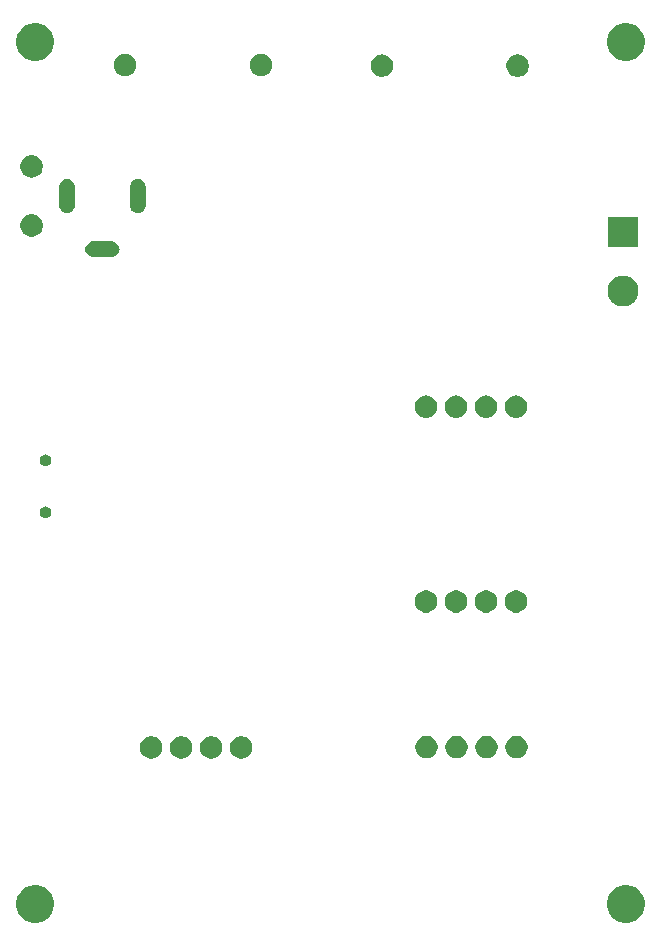
<source format=gbr>
G04 #@! TF.GenerationSoftware,KiCad,Pcbnew,5.0.1*
G04 #@! TF.CreationDate,2019-03-15T13:32:49+13:00*
G04 #@! TF.ProjectId,_autosave-baseBoard,5F6175746F736176652D62617365426F,rev?*
G04 #@! TF.SameCoordinates,Original*
G04 #@! TF.FileFunction,Soldermask,Bot*
G04 #@! TF.FilePolarity,Negative*
%FSLAX46Y46*%
G04 Gerber Fmt 4.6, Leading zero omitted, Abs format (unit mm)*
G04 Created by KiCad (PCBNEW 5.0.1) date Fri 15 Mar 2019 01:32:49 PM NZDT*
%MOMM*%
%LPD*%
G01*
G04 APERTURE LIST*
%ADD10C,0.100000*%
G04 APERTURE END LIST*
D10*
G36*
X152466703Y-121461486D02*
X152757883Y-121582097D01*
X153019944Y-121757201D01*
X153242799Y-121980056D01*
X153417903Y-122242117D01*
X153538514Y-122533297D01*
X153600000Y-122842412D01*
X153600000Y-123157588D01*
X153538514Y-123466703D01*
X153417903Y-123757883D01*
X153242799Y-124019944D01*
X153019944Y-124242799D01*
X152757883Y-124417903D01*
X152466703Y-124538514D01*
X152157588Y-124600000D01*
X151842412Y-124600000D01*
X151533297Y-124538514D01*
X151242117Y-124417903D01*
X150980056Y-124242799D01*
X150757201Y-124019944D01*
X150582097Y-123757883D01*
X150461486Y-123466703D01*
X150400000Y-123157588D01*
X150400000Y-122842412D01*
X150461486Y-122533297D01*
X150582097Y-122242117D01*
X150757201Y-121980056D01*
X150980056Y-121757201D01*
X151242117Y-121582097D01*
X151533297Y-121461486D01*
X151842412Y-121400000D01*
X152157588Y-121400000D01*
X152466703Y-121461486D01*
X152466703Y-121461486D01*
G37*
G36*
X102466703Y-121461486D02*
X102757883Y-121582097D01*
X103019944Y-121757201D01*
X103242799Y-121980056D01*
X103417903Y-122242117D01*
X103538514Y-122533297D01*
X103600000Y-122842412D01*
X103600000Y-123157588D01*
X103538514Y-123466703D01*
X103417903Y-123757883D01*
X103242799Y-124019944D01*
X103019944Y-124242799D01*
X102757883Y-124417903D01*
X102466703Y-124538514D01*
X102157588Y-124600000D01*
X101842412Y-124600000D01*
X101533297Y-124538514D01*
X101242117Y-124417903D01*
X100980056Y-124242799D01*
X100757201Y-124019944D01*
X100582097Y-123757883D01*
X100461486Y-123466703D01*
X100400000Y-123157588D01*
X100400000Y-122842412D01*
X100461486Y-122533297D01*
X100582097Y-122242117D01*
X100757201Y-121980056D01*
X100980056Y-121757201D01*
X101242117Y-121582097D01*
X101533297Y-121461486D01*
X101842412Y-121400000D01*
X102157588Y-121400000D01*
X102466703Y-121461486D01*
X102466703Y-121461486D01*
G37*
G36*
X111959451Y-108799127D02*
X112097105Y-108826508D01*
X112269994Y-108898121D01*
X112425590Y-109002087D01*
X112557913Y-109134410D01*
X112661879Y-109290006D01*
X112733492Y-109462895D01*
X112770000Y-109646433D01*
X112770000Y-109833567D01*
X112733492Y-110017105D01*
X112661879Y-110189994D01*
X112557913Y-110345590D01*
X112425590Y-110477913D01*
X112269994Y-110581879D01*
X112097105Y-110653492D01*
X111973895Y-110678000D01*
X111913568Y-110690000D01*
X111726432Y-110690000D01*
X111666105Y-110678000D01*
X111542895Y-110653492D01*
X111370006Y-110581879D01*
X111214410Y-110477913D01*
X111082087Y-110345590D01*
X110978121Y-110189994D01*
X110906508Y-110017105D01*
X110870000Y-109833567D01*
X110870000Y-109646433D01*
X110906508Y-109462895D01*
X110978121Y-109290006D01*
X111082087Y-109134410D01*
X111214410Y-109002087D01*
X111370006Y-108898121D01*
X111542895Y-108826508D01*
X111680549Y-108799127D01*
X111726432Y-108790000D01*
X111913568Y-108790000D01*
X111959451Y-108799127D01*
X111959451Y-108799127D01*
G37*
G36*
X119579451Y-108799127D02*
X119717105Y-108826508D01*
X119889994Y-108898121D01*
X120045590Y-109002087D01*
X120177913Y-109134410D01*
X120281879Y-109290006D01*
X120353492Y-109462895D01*
X120390000Y-109646433D01*
X120390000Y-109833567D01*
X120353492Y-110017105D01*
X120281879Y-110189994D01*
X120177913Y-110345590D01*
X120045590Y-110477913D01*
X119889994Y-110581879D01*
X119717105Y-110653492D01*
X119593895Y-110678000D01*
X119533568Y-110690000D01*
X119346432Y-110690000D01*
X119286105Y-110678000D01*
X119162895Y-110653492D01*
X118990006Y-110581879D01*
X118834410Y-110477913D01*
X118702087Y-110345590D01*
X118598121Y-110189994D01*
X118526508Y-110017105D01*
X118490000Y-109833567D01*
X118490000Y-109646433D01*
X118526508Y-109462895D01*
X118598121Y-109290006D01*
X118702087Y-109134410D01*
X118834410Y-109002087D01*
X118990006Y-108898121D01*
X119162895Y-108826508D01*
X119300549Y-108799127D01*
X119346432Y-108790000D01*
X119533568Y-108790000D01*
X119579451Y-108799127D01*
X119579451Y-108799127D01*
G37*
G36*
X117039451Y-108799127D02*
X117177105Y-108826508D01*
X117349994Y-108898121D01*
X117505590Y-109002087D01*
X117637913Y-109134410D01*
X117741879Y-109290006D01*
X117813492Y-109462895D01*
X117850000Y-109646433D01*
X117850000Y-109833567D01*
X117813492Y-110017105D01*
X117741879Y-110189994D01*
X117637913Y-110345590D01*
X117505590Y-110477913D01*
X117349994Y-110581879D01*
X117177105Y-110653492D01*
X117053895Y-110678000D01*
X116993568Y-110690000D01*
X116806432Y-110690000D01*
X116746105Y-110678000D01*
X116622895Y-110653492D01*
X116450006Y-110581879D01*
X116294410Y-110477913D01*
X116162087Y-110345590D01*
X116058121Y-110189994D01*
X115986508Y-110017105D01*
X115950000Y-109833567D01*
X115950000Y-109646433D01*
X115986508Y-109462895D01*
X116058121Y-109290006D01*
X116162087Y-109134410D01*
X116294410Y-109002087D01*
X116450006Y-108898121D01*
X116622895Y-108826508D01*
X116760549Y-108799127D01*
X116806432Y-108790000D01*
X116993568Y-108790000D01*
X117039451Y-108799127D01*
X117039451Y-108799127D01*
G37*
G36*
X114499451Y-108799127D02*
X114637105Y-108826508D01*
X114809994Y-108898121D01*
X114965590Y-109002087D01*
X115097913Y-109134410D01*
X115201879Y-109290006D01*
X115273492Y-109462895D01*
X115310000Y-109646433D01*
X115310000Y-109833567D01*
X115273492Y-110017105D01*
X115201879Y-110189994D01*
X115097913Y-110345590D01*
X114965590Y-110477913D01*
X114809994Y-110581879D01*
X114637105Y-110653492D01*
X114513895Y-110678000D01*
X114453568Y-110690000D01*
X114266432Y-110690000D01*
X114206105Y-110678000D01*
X114082895Y-110653492D01*
X113910006Y-110581879D01*
X113754410Y-110477913D01*
X113622087Y-110345590D01*
X113518121Y-110189994D01*
X113446508Y-110017105D01*
X113410000Y-109833567D01*
X113410000Y-109646433D01*
X113446508Y-109462895D01*
X113518121Y-109290006D01*
X113622087Y-109134410D01*
X113754410Y-109002087D01*
X113910006Y-108898121D01*
X114082895Y-108826508D01*
X114220549Y-108799127D01*
X114266432Y-108790000D01*
X114453568Y-108790000D01*
X114499451Y-108799127D01*
X114499451Y-108799127D01*
G37*
G36*
X142887451Y-108787127D02*
X143025105Y-108814508D01*
X143197994Y-108886121D01*
X143353590Y-108990087D01*
X143485913Y-109122410D01*
X143589879Y-109278006D01*
X143661492Y-109450895D01*
X143698000Y-109634433D01*
X143698000Y-109821567D01*
X143661492Y-110005105D01*
X143589879Y-110177994D01*
X143485913Y-110333590D01*
X143353590Y-110465913D01*
X143197994Y-110569879D01*
X143025105Y-110641492D01*
X142887452Y-110668873D01*
X142841568Y-110678000D01*
X142654432Y-110678000D01*
X142608548Y-110668873D01*
X142470895Y-110641492D01*
X142298006Y-110569879D01*
X142142410Y-110465913D01*
X142010087Y-110333590D01*
X141906121Y-110177994D01*
X141834508Y-110005105D01*
X141798000Y-109821567D01*
X141798000Y-109634433D01*
X141834508Y-109450895D01*
X141906121Y-109278006D01*
X142010087Y-109122410D01*
X142142410Y-108990087D01*
X142298006Y-108886121D01*
X142470895Y-108814508D01*
X142608549Y-108787127D01*
X142654432Y-108778000D01*
X142841568Y-108778000D01*
X142887451Y-108787127D01*
X142887451Y-108787127D01*
G37*
G36*
X140347451Y-108787127D02*
X140485105Y-108814508D01*
X140657994Y-108886121D01*
X140813590Y-108990087D01*
X140945913Y-109122410D01*
X141049879Y-109278006D01*
X141121492Y-109450895D01*
X141158000Y-109634433D01*
X141158000Y-109821567D01*
X141121492Y-110005105D01*
X141049879Y-110177994D01*
X140945913Y-110333590D01*
X140813590Y-110465913D01*
X140657994Y-110569879D01*
X140485105Y-110641492D01*
X140347452Y-110668873D01*
X140301568Y-110678000D01*
X140114432Y-110678000D01*
X140068548Y-110668873D01*
X139930895Y-110641492D01*
X139758006Y-110569879D01*
X139602410Y-110465913D01*
X139470087Y-110333590D01*
X139366121Y-110177994D01*
X139294508Y-110005105D01*
X139258000Y-109821567D01*
X139258000Y-109634433D01*
X139294508Y-109450895D01*
X139366121Y-109278006D01*
X139470087Y-109122410D01*
X139602410Y-108990087D01*
X139758006Y-108886121D01*
X139930895Y-108814508D01*
X140068549Y-108787127D01*
X140114432Y-108778000D01*
X140301568Y-108778000D01*
X140347451Y-108787127D01*
X140347451Y-108787127D01*
G37*
G36*
X137807451Y-108787127D02*
X137945105Y-108814508D01*
X138117994Y-108886121D01*
X138273590Y-108990087D01*
X138405913Y-109122410D01*
X138509879Y-109278006D01*
X138581492Y-109450895D01*
X138618000Y-109634433D01*
X138618000Y-109821567D01*
X138581492Y-110005105D01*
X138509879Y-110177994D01*
X138405913Y-110333590D01*
X138273590Y-110465913D01*
X138117994Y-110569879D01*
X137945105Y-110641492D01*
X137807452Y-110668873D01*
X137761568Y-110678000D01*
X137574432Y-110678000D01*
X137528548Y-110668873D01*
X137390895Y-110641492D01*
X137218006Y-110569879D01*
X137062410Y-110465913D01*
X136930087Y-110333590D01*
X136826121Y-110177994D01*
X136754508Y-110005105D01*
X136718000Y-109821567D01*
X136718000Y-109634433D01*
X136754508Y-109450895D01*
X136826121Y-109278006D01*
X136930087Y-109122410D01*
X137062410Y-108990087D01*
X137218006Y-108886121D01*
X137390895Y-108814508D01*
X137528549Y-108787127D01*
X137574432Y-108778000D01*
X137761568Y-108778000D01*
X137807451Y-108787127D01*
X137807451Y-108787127D01*
G37*
G36*
X135267451Y-108787127D02*
X135405105Y-108814508D01*
X135577994Y-108886121D01*
X135733590Y-108990087D01*
X135865913Y-109122410D01*
X135969879Y-109278006D01*
X136041492Y-109450895D01*
X136078000Y-109634433D01*
X136078000Y-109821567D01*
X136041492Y-110005105D01*
X135969879Y-110177994D01*
X135865913Y-110333590D01*
X135733590Y-110465913D01*
X135577994Y-110569879D01*
X135405105Y-110641492D01*
X135267452Y-110668873D01*
X135221568Y-110678000D01*
X135034432Y-110678000D01*
X134988548Y-110668873D01*
X134850895Y-110641492D01*
X134678006Y-110569879D01*
X134522410Y-110465913D01*
X134390087Y-110333590D01*
X134286121Y-110177994D01*
X134214508Y-110005105D01*
X134178000Y-109821567D01*
X134178000Y-109634433D01*
X134214508Y-109450895D01*
X134286121Y-109278006D01*
X134390087Y-109122410D01*
X134522410Y-108990087D01*
X134678006Y-108886121D01*
X134850895Y-108814508D01*
X134988549Y-108787127D01*
X135034432Y-108778000D01*
X135221568Y-108778000D01*
X135267451Y-108787127D01*
X135267451Y-108787127D01*
G37*
G36*
X142855451Y-96447127D02*
X142993105Y-96474508D01*
X143165994Y-96546121D01*
X143321590Y-96650087D01*
X143453913Y-96782410D01*
X143557879Y-96938006D01*
X143629492Y-97110895D01*
X143666000Y-97294433D01*
X143666000Y-97481567D01*
X143629492Y-97665105D01*
X143557879Y-97837994D01*
X143453913Y-97993590D01*
X143321590Y-98125913D01*
X143165994Y-98229879D01*
X142993105Y-98301492D01*
X142855452Y-98328873D01*
X142809568Y-98338000D01*
X142622432Y-98338000D01*
X142576549Y-98328873D01*
X142438895Y-98301492D01*
X142266006Y-98229879D01*
X142110410Y-98125913D01*
X141978087Y-97993590D01*
X141874121Y-97837994D01*
X141802508Y-97665105D01*
X141766000Y-97481567D01*
X141766000Y-97294433D01*
X141802508Y-97110895D01*
X141874121Y-96938006D01*
X141978087Y-96782410D01*
X142110410Y-96650087D01*
X142266006Y-96546121D01*
X142438895Y-96474508D01*
X142576548Y-96447127D01*
X142622432Y-96438000D01*
X142809568Y-96438000D01*
X142855451Y-96447127D01*
X142855451Y-96447127D01*
G37*
G36*
X140315451Y-96447127D02*
X140453105Y-96474508D01*
X140625994Y-96546121D01*
X140781590Y-96650087D01*
X140913913Y-96782410D01*
X141017879Y-96938006D01*
X141089492Y-97110895D01*
X141126000Y-97294433D01*
X141126000Y-97481567D01*
X141089492Y-97665105D01*
X141017879Y-97837994D01*
X140913913Y-97993590D01*
X140781590Y-98125913D01*
X140625994Y-98229879D01*
X140453105Y-98301492D01*
X140315452Y-98328873D01*
X140269568Y-98338000D01*
X140082432Y-98338000D01*
X140036549Y-98328873D01*
X139898895Y-98301492D01*
X139726006Y-98229879D01*
X139570410Y-98125913D01*
X139438087Y-97993590D01*
X139334121Y-97837994D01*
X139262508Y-97665105D01*
X139226000Y-97481567D01*
X139226000Y-97294433D01*
X139262508Y-97110895D01*
X139334121Y-96938006D01*
X139438087Y-96782410D01*
X139570410Y-96650087D01*
X139726006Y-96546121D01*
X139898895Y-96474508D01*
X140036548Y-96447127D01*
X140082432Y-96438000D01*
X140269568Y-96438000D01*
X140315451Y-96447127D01*
X140315451Y-96447127D01*
G37*
G36*
X137775451Y-96447127D02*
X137913105Y-96474508D01*
X138085994Y-96546121D01*
X138241590Y-96650087D01*
X138373913Y-96782410D01*
X138477879Y-96938006D01*
X138549492Y-97110895D01*
X138586000Y-97294433D01*
X138586000Y-97481567D01*
X138549492Y-97665105D01*
X138477879Y-97837994D01*
X138373913Y-97993590D01*
X138241590Y-98125913D01*
X138085994Y-98229879D01*
X137913105Y-98301492D01*
X137775452Y-98328873D01*
X137729568Y-98338000D01*
X137542432Y-98338000D01*
X137496549Y-98328873D01*
X137358895Y-98301492D01*
X137186006Y-98229879D01*
X137030410Y-98125913D01*
X136898087Y-97993590D01*
X136794121Y-97837994D01*
X136722508Y-97665105D01*
X136686000Y-97481567D01*
X136686000Y-97294433D01*
X136722508Y-97110895D01*
X136794121Y-96938006D01*
X136898087Y-96782410D01*
X137030410Y-96650087D01*
X137186006Y-96546121D01*
X137358895Y-96474508D01*
X137496548Y-96447127D01*
X137542432Y-96438000D01*
X137729568Y-96438000D01*
X137775451Y-96447127D01*
X137775451Y-96447127D01*
G37*
G36*
X135235451Y-96447127D02*
X135373105Y-96474508D01*
X135545994Y-96546121D01*
X135701590Y-96650087D01*
X135833913Y-96782410D01*
X135937879Y-96938006D01*
X136009492Y-97110895D01*
X136046000Y-97294433D01*
X136046000Y-97481567D01*
X136009492Y-97665105D01*
X135937879Y-97837994D01*
X135833913Y-97993590D01*
X135701590Y-98125913D01*
X135545994Y-98229879D01*
X135373105Y-98301492D01*
X135235452Y-98328873D01*
X135189568Y-98338000D01*
X135002432Y-98338000D01*
X134956549Y-98328873D01*
X134818895Y-98301492D01*
X134646006Y-98229879D01*
X134490410Y-98125913D01*
X134358087Y-97993590D01*
X134254121Y-97837994D01*
X134182508Y-97665105D01*
X134146000Y-97481567D01*
X134146000Y-97294433D01*
X134182508Y-97110895D01*
X134254121Y-96938006D01*
X134358087Y-96782410D01*
X134490410Y-96650087D01*
X134646006Y-96546121D01*
X134818895Y-96474508D01*
X134956548Y-96447127D01*
X135002432Y-96438000D01*
X135189568Y-96438000D01*
X135235451Y-96447127D01*
X135235451Y-96447127D01*
G37*
G36*
X103015845Y-89349215D02*
X103106839Y-89386906D01*
X103187640Y-89440896D01*
X103188734Y-89441627D01*
X103258373Y-89511266D01*
X103313095Y-89593163D01*
X103350785Y-89684155D01*
X103370000Y-89780755D01*
X103370000Y-89879245D01*
X103350785Y-89975845D01*
X103313095Y-90066837D01*
X103258373Y-90148734D01*
X103188734Y-90218373D01*
X103188731Y-90218375D01*
X103106839Y-90273094D01*
X103015845Y-90310785D01*
X102919246Y-90330000D01*
X102820754Y-90330000D01*
X102724155Y-90310785D01*
X102633161Y-90273094D01*
X102551269Y-90218375D01*
X102551266Y-90218373D01*
X102481627Y-90148734D01*
X102426905Y-90066837D01*
X102389215Y-89975845D01*
X102370000Y-89879245D01*
X102370000Y-89780755D01*
X102389215Y-89684155D01*
X102426905Y-89593163D01*
X102481627Y-89511266D01*
X102551266Y-89441627D01*
X102552360Y-89440896D01*
X102633161Y-89386906D01*
X102724155Y-89349215D01*
X102820754Y-89330000D01*
X102919246Y-89330000D01*
X103015845Y-89349215D01*
X103015845Y-89349215D01*
G37*
G36*
X103015845Y-84949215D02*
X103106839Y-84986906D01*
X103187640Y-85040896D01*
X103188734Y-85041627D01*
X103258373Y-85111266D01*
X103313095Y-85193163D01*
X103350785Y-85284155D01*
X103370000Y-85380755D01*
X103370000Y-85479245D01*
X103350785Y-85575845D01*
X103313095Y-85666837D01*
X103258373Y-85748734D01*
X103188734Y-85818373D01*
X103188731Y-85818375D01*
X103106839Y-85873094D01*
X103015845Y-85910785D01*
X102919246Y-85930000D01*
X102820754Y-85930000D01*
X102724155Y-85910785D01*
X102633161Y-85873094D01*
X102551269Y-85818375D01*
X102551266Y-85818373D01*
X102481627Y-85748734D01*
X102426905Y-85666837D01*
X102389215Y-85575845D01*
X102370000Y-85479245D01*
X102370000Y-85380755D01*
X102389215Y-85284155D01*
X102426905Y-85193163D01*
X102481627Y-85111266D01*
X102551266Y-85041627D01*
X102552360Y-85040896D01*
X102633161Y-84986906D01*
X102724155Y-84949215D01*
X102820754Y-84930000D01*
X102919246Y-84930000D01*
X103015845Y-84949215D01*
X103015845Y-84949215D01*
G37*
G36*
X135235452Y-79957128D02*
X135373105Y-79984509D01*
X135545994Y-80056122D01*
X135701590Y-80160088D01*
X135833913Y-80292411D01*
X135937879Y-80448007D01*
X136009492Y-80620896D01*
X136046000Y-80804434D01*
X136046000Y-80991568D01*
X136009492Y-81175106D01*
X135937879Y-81347995D01*
X135833913Y-81503591D01*
X135701590Y-81635914D01*
X135545994Y-81739880D01*
X135373105Y-81811493D01*
X135235452Y-81838874D01*
X135189568Y-81848001D01*
X135002432Y-81848001D01*
X134956549Y-81838874D01*
X134818895Y-81811493D01*
X134646006Y-81739880D01*
X134490410Y-81635914D01*
X134358087Y-81503591D01*
X134254121Y-81347995D01*
X134182508Y-81175106D01*
X134146000Y-80991568D01*
X134146000Y-80804434D01*
X134182508Y-80620896D01*
X134254121Y-80448007D01*
X134358087Y-80292411D01*
X134490410Y-80160088D01*
X134646006Y-80056122D01*
X134818895Y-79984509D01*
X134956548Y-79957128D01*
X135002432Y-79948001D01*
X135189568Y-79948001D01*
X135235452Y-79957128D01*
X135235452Y-79957128D01*
G37*
G36*
X142855452Y-79957128D02*
X142993105Y-79984509D01*
X143165994Y-80056122D01*
X143321590Y-80160088D01*
X143453913Y-80292411D01*
X143557879Y-80448007D01*
X143629492Y-80620896D01*
X143666000Y-80804434D01*
X143666000Y-80991568D01*
X143629492Y-81175106D01*
X143557879Y-81347995D01*
X143453913Y-81503591D01*
X143321590Y-81635914D01*
X143165994Y-81739880D01*
X142993105Y-81811493D01*
X142855452Y-81838874D01*
X142809568Y-81848001D01*
X142622432Y-81848001D01*
X142576549Y-81838874D01*
X142438895Y-81811493D01*
X142266006Y-81739880D01*
X142110410Y-81635914D01*
X141978087Y-81503591D01*
X141874121Y-81347995D01*
X141802508Y-81175106D01*
X141766000Y-80991568D01*
X141766000Y-80804434D01*
X141802508Y-80620896D01*
X141874121Y-80448007D01*
X141978087Y-80292411D01*
X142110410Y-80160088D01*
X142266006Y-80056122D01*
X142438895Y-79984509D01*
X142576548Y-79957128D01*
X142622432Y-79948001D01*
X142809568Y-79948001D01*
X142855452Y-79957128D01*
X142855452Y-79957128D01*
G37*
G36*
X140315452Y-79957128D02*
X140453105Y-79984509D01*
X140625994Y-80056122D01*
X140781590Y-80160088D01*
X140913913Y-80292411D01*
X141017879Y-80448007D01*
X141089492Y-80620896D01*
X141126000Y-80804434D01*
X141126000Y-80991568D01*
X141089492Y-81175106D01*
X141017879Y-81347995D01*
X140913913Y-81503591D01*
X140781590Y-81635914D01*
X140625994Y-81739880D01*
X140453105Y-81811493D01*
X140315452Y-81838874D01*
X140269568Y-81848001D01*
X140082432Y-81848001D01*
X140036549Y-81838874D01*
X139898895Y-81811493D01*
X139726006Y-81739880D01*
X139570410Y-81635914D01*
X139438087Y-81503591D01*
X139334121Y-81347995D01*
X139262508Y-81175106D01*
X139226000Y-80991568D01*
X139226000Y-80804434D01*
X139262508Y-80620896D01*
X139334121Y-80448007D01*
X139438087Y-80292411D01*
X139570410Y-80160088D01*
X139726006Y-80056122D01*
X139898895Y-79984509D01*
X140036548Y-79957128D01*
X140082432Y-79948001D01*
X140269568Y-79948001D01*
X140315452Y-79957128D01*
X140315452Y-79957128D01*
G37*
G36*
X137775452Y-79957128D02*
X137913105Y-79984509D01*
X138085994Y-80056122D01*
X138241590Y-80160088D01*
X138373913Y-80292411D01*
X138477879Y-80448007D01*
X138549492Y-80620896D01*
X138586000Y-80804434D01*
X138586000Y-80991568D01*
X138549492Y-81175106D01*
X138477879Y-81347995D01*
X138373913Y-81503591D01*
X138241590Y-81635914D01*
X138085994Y-81739880D01*
X137913105Y-81811493D01*
X137775452Y-81838874D01*
X137729568Y-81848001D01*
X137542432Y-81848001D01*
X137496549Y-81838874D01*
X137358895Y-81811493D01*
X137186006Y-81739880D01*
X137030410Y-81635914D01*
X136898087Y-81503591D01*
X136794121Y-81347995D01*
X136722508Y-81175106D01*
X136686000Y-80991568D01*
X136686000Y-80804434D01*
X136722508Y-80620896D01*
X136794121Y-80448007D01*
X136898087Y-80292411D01*
X137030410Y-80160088D01*
X137186006Y-80056122D01*
X137358895Y-79984509D01*
X137496548Y-79957128D01*
X137542432Y-79948001D01*
X137729568Y-79948001D01*
X137775452Y-79957128D01*
X137775452Y-79957128D01*
G37*
G36*
X152143196Y-69845958D02*
X152379780Y-69943954D01*
X152592705Y-70086226D01*
X152773774Y-70267295D01*
X152916046Y-70480220D01*
X153014042Y-70716804D01*
X153064000Y-70967960D01*
X153064000Y-71224040D01*
X153014042Y-71475196D01*
X152916046Y-71711780D01*
X152773774Y-71924705D01*
X152592705Y-72105774D01*
X152379780Y-72248046D01*
X152143196Y-72346042D01*
X151892040Y-72396000D01*
X151635960Y-72396000D01*
X151384804Y-72346042D01*
X151148220Y-72248046D01*
X150935295Y-72105774D01*
X150754226Y-71924705D01*
X150611954Y-71711780D01*
X150513958Y-71475196D01*
X150464000Y-71224040D01*
X150464000Y-70967960D01*
X150513958Y-70716804D01*
X150611954Y-70480220D01*
X150754226Y-70267295D01*
X150935295Y-70086226D01*
X151148220Y-69943954D01*
X151384804Y-69845958D01*
X151635960Y-69796000D01*
X151892040Y-69796000D01*
X152143196Y-69845958D01*
X152143196Y-69845958D01*
G37*
G36*
X108605486Y-66908229D02*
X108617423Y-66909405D01*
X108678685Y-66927989D01*
X108739948Y-66946573D01*
X108852868Y-67006930D01*
X108951843Y-67088157D01*
X109033070Y-67187132D01*
X109093427Y-67300052D01*
X109130595Y-67422578D01*
X109143145Y-67550000D01*
X109130595Y-67677422D01*
X109093427Y-67799948D01*
X109033070Y-67912868D01*
X108951843Y-68011843D01*
X108852868Y-68093070D01*
X108739948Y-68153427D01*
X108678685Y-68172011D01*
X108617423Y-68190595D01*
X108605486Y-68191771D01*
X108521932Y-68200000D01*
X106858068Y-68200000D01*
X106774514Y-68191771D01*
X106762577Y-68190595D01*
X106701315Y-68172011D01*
X106640052Y-68153427D01*
X106527132Y-68093070D01*
X106428157Y-68011843D01*
X106346930Y-67912868D01*
X106286573Y-67799948D01*
X106249405Y-67677422D01*
X106236855Y-67550000D01*
X106249405Y-67422578D01*
X106286573Y-67300052D01*
X106346930Y-67187132D01*
X106428157Y-67088157D01*
X106527132Y-67006930D01*
X106640052Y-66946573D01*
X106701315Y-66927989D01*
X106762577Y-66909405D01*
X106774514Y-66908229D01*
X106858068Y-66900000D01*
X108521932Y-66900000D01*
X108605486Y-66908229D01*
X108605486Y-66908229D01*
G37*
G36*
X153064000Y-67396000D02*
X150464000Y-67396000D01*
X150464000Y-64796000D01*
X153064000Y-64796000D01*
X153064000Y-67396000D01*
X153064000Y-67396000D01*
G37*
G36*
X101829451Y-64609127D02*
X101967105Y-64636508D01*
X102139994Y-64708121D01*
X102295590Y-64812087D01*
X102427913Y-64944410D01*
X102531879Y-65100006D01*
X102603492Y-65272895D01*
X102640000Y-65456433D01*
X102640000Y-65643567D01*
X102603492Y-65827105D01*
X102531879Y-65999994D01*
X102427913Y-66155590D01*
X102295590Y-66287913D01*
X102139994Y-66391879D01*
X101967105Y-66463492D01*
X101829451Y-66490873D01*
X101783568Y-66500000D01*
X101596432Y-66500000D01*
X101550549Y-66490873D01*
X101412895Y-66463492D01*
X101240006Y-66391879D01*
X101084410Y-66287913D01*
X100952087Y-66155590D01*
X100848121Y-65999994D01*
X100776508Y-65827105D01*
X100740000Y-65643567D01*
X100740000Y-65456433D01*
X100776508Y-65272895D01*
X100848121Y-65100006D01*
X100952087Y-64944410D01*
X101084410Y-64812087D01*
X101240006Y-64708121D01*
X101412895Y-64636508D01*
X101550549Y-64609127D01*
X101596432Y-64600000D01*
X101783568Y-64600000D01*
X101829451Y-64609127D01*
X101829451Y-64609127D01*
G37*
G36*
X104805997Y-61608280D02*
X104817422Y-61609405D01*
X104878684Y-61627989D01*
X104939947Y-61646573D01*
X105004777Y-61681225D01*
X105052864Y-61706928D01*
X105052865Y-61706929D01*
X105052867Y-61706930D01*
X105151843Y-61788157D01*
X105233070Y-61887132D01*
X105293427Y-62000052D01*
X105330595Y-62122578D01*
X105340000Y-62218068D01*
X105340000Y-63881932D01*
X105330595Y-63977422D01*
X105293427Y-64099948D01*
X105233070Y-64212868D01*
X105151843Y-64311843D01*
X105052868Y-64393070D01*
X104939948Y-64453427D01*
X104878685Y-64472011D01*
X104817423Y-64490595D01*
X104805998Y-64491720D01*
X104690000Y-64503145D01*
X104574003Y-64491720D01*
X104562578Y-64490595D01*
X104501316Y-64472011D01*
X104440053Y-64453427D01*
X104327133Y-64393070D01*
X104228158Y-64311843D01*
X104146931Y-64212868D01*
X104086574Y-64099948D01*
X104049406Y-63977422D01*
X104040001Y-63881932D01*
X104040000Y-62218069D01*
X104049405Y-62122579D01*
X104049406Y-62122577D01*
X104086573Y-62000054D01*
X104086573Y-62000053D01*
X104146930Y-61887133D01*
X104228157Y-61788157D01*
X104327132Y-61706930D01*
X104440052Y-61646573D01*
X104501315Y-61627989D01*
X104562577Y-61609405D01*
X104574002Y-61608280D01*
X104690000Y-61596855D01*
X104805997Y-61608280D01*
X104805997Y-61608280D01*
G37*
G36*
X110805997Y-61608280D02*
X110817422Y-61609405D01*
X110878684Y-61627989D01*
X110939947Y-61646573D01*
X111004777Y-61681225D01*
X111052864Y-61706928D01*
X111052865Y-61706929D01*
X111052867Y-61706930D01*
X111151843Y-61788157D01*
X111233070Y-61887132D01*
X111293427Y-62000052D01*
X111330595Y-62122578D01*
X111340000Y-62218068D01*
X111340000Y-63881932D01*
X111330595Y-63977422D01*
X111293427Y-64099948D01*
X111233070Y-64212868D01*
X111151843Y-64311843D01*
X111052868Y-64393070D01*
X110939948Y-64453427D01*
X110878685Y-64472011D01*
X110817423Y-64490595D01*
X110805998Y-64491720D01*
X110690000Y-64503145D01*
X110574003Y-64491720D01*
X110562578Y-64490595D01*
X110501316Y-64472011D01*
X110440053Y-64453427D01*
X110327133Y-64393070D01*
X110228158Y-64311843D01*
X110146931Y-64212868D01*
X110086574Y-64099948D01*
X110049406Y-63977422D01*
X110040001Y-63881932D01*
X110040000Y-62218069D01*
X110049405Y-62122579D01*
X110049406Y-62122577D01*
X110086573Y-62000054D01*
X110086573Y-62000053D01*
X110146930Y-61887133D01*
X110228157Y-61788157D01*
X110327132Y-61706930D01*
X110440052Y-61646573D01*
X110501315Y-61627989D01*
X110562577Y-61609405D01*
X110574002Y-61608280D01*
X110690000Y-61596855D01*
X110805997Y-61608280D01*
X110805997Y-61608280D01*
G37*
G36*
X101829451Y-59609127D02*
X101967105Y-59636508D01*
X102139994Y-59708121D01*
X102295590Y-59812087D01*
X102427913Y-59944410D01*
X102531879Y-60100006D01*
X102603492Y-60272895D01*
X102640000Y-60456433D01*
X102640000Y-60643567D01*
X102603492Y-60827105D01*
X102531879Y-60999994D01*
X102427913Y-61155590D01*
X102295590Y-61287913D01*
X102139994Y-61391879D01*
X101967105Y-61463492D01*
X101829451Y-61490873D01*
X101783568Y-61500000D01*
X101596432Y-61500000D01*
X101550549Y-61490873D01*
X101412895Y-61463492D01*
X101240006Y-61391879D01*
X101084410Y-61287913D01*
X100952087Y-61155590D01*
X100848121Y-60999994D01*
X100776508Y-60827105D01*
X100740000Y-60643567D01*
X100740000Y-60456433D01*
X100776508Y-60272895D01*
X100848121Y-60100006D01*
X100952087Y-59944410D01*
X101084410Y-59812087D01*
X101240006Y-59708121D01*
X101412895Y-59636508D01*
X101550549Y-59609127D01*
X101596432Y-59600000D01*
X101783568Y-59600000D01*
X101829451Y-59609127D01*
X101829451Y-59609127D01*
G37*
G36*
X142979452Y-51085127D02*
X143117105Y-51112508D01*
X143289994Y-51184121D01*
X143445590Y-51288087D01*
X143577913Y-51420410D01*
X143681879Y-51576006D01*
X143753492Y-51748895D01*
X143790000Y-51932433D01*
X143790000Y-52119567D01*
X143753492Y-52303105D01*
X143681879Y-52475994D01*
X143577913Y-52631590D01*
X143445590Y-52763913D01*
X143289994Y-52867879D01*
X143117105Y-52939492D01*
X142979452Y-52966873D01*
X142933568Y-52976000D01*
X142746432Y-52976000D01*
X142700548Y-52966873D01*
X142562895Y-52939492D01*
X142390006Y-52867879D01*
X142234410Y-52763913D01*
X142102087Y-52631590D01*
X141998121Y-52475994D01*
X141926508Y-52303105D01*
X141890000Y-52119567D01*
X141890000Y-51932433D01*
X141926508Y-51748895D01*
X141998121Y-51576006D01*
X142102087Y-51420410D01*
X142234410Y-51288087D01*
X142390006Y-51184121D01*
X142562895Y-51112508D01*
X142700548Y-51085127D01*
X142746432Y-51076000D01*
X142933568Y-51076000D01*
X142979452Y-51085127D01*
X142979452Y-51085127D01*
G37*
G36*
X131479452Y-51085127D02*
X131617105Y-51112508D01*
X131789994Y-51184121D01*
X131945590Y-51288087D01*
X132077913Y-51420410D01*
X132181879Y-51576006D01*
X132253492Y-51748895D01*
X132290000Y-51932433D01*
X132290000Y-52119567D01*
X132253492Y-52303105D01*
X132181879Y-52475994D01*
X132077913Y-52631590D01*
X131945590Y-52763913D01*
X131789994Y-52867879D01*
X131617105Y-52939492D01*
X131479452Y-52966873D01*
X131433568Y-52976000D01*
X131246432Y-52976000D01*
X131200548Y-52966873D01*
X131062895Y-52939492D01*
X130890006Y-52867879D01*
X130734410Y-52763913D01*
X130602087Y-52631590D01*
X130498121Y-52475994D01*
X130426508Y-52303105D01*
X130390000Y-52119567D01*
X130390000Y-51932433D01*
X130426508Y-51748895D01*
X130498121Y-51576006D01*
X130602087Y-51420410D01*
X130734410Y-51288087D01*
X130890006Y-51184121D01*
X131062895Y-51112508D01*
X131200548Y-51085127D01*
X131246432Y-51076000D01*
X131433568Y-51076000D01*
X131479452Y-51085127D01*
X131479452Y-51085127D01*
G37*
G36*
X109749452Y-51035127D02*
X109887105Y-51062508D01*
X110059994Y-51134121D01*
X110215590Y-51238087D01*
X110347913Y-51370410D01*
X110451879Y-51526006D01*
X110523492Y-51698895D01*
X110560000Y-51882433D01*
X110560000Y-52069567D01*
X110523492Y-52253105D01*
X110451879Y-52425994D01*
X110347913Y-52581590D01*
X110215590Y-52713913D01*
X110059994Y-52817879D01*
X109887105Y-52889492D01*
X109749451Y-52916873D01*
X109703568Y-52926000D01*
X109516432Y-52926000D01*
X109470549Y-52916873D01*
X109332895Y-52889492D01*
X109160006Y-52817879D01*
X109004410Y-52713913D01*
X108872087Y-52581590D01*
X108768121Y-52425994D01*
X108696508Y-52253105D01*
X108660000Y-52069567D01*
X108660000Y-51882433D01*
X108696508Y-51698895D01*
X108768121Y-51526006D01*
X108872087Y-51370410D01*
X109004410Y-51238087D01*
X109160006Y-51134121D01*
X109332895Y-51062508D01*
X109470548Y-51035127D01*
X109516432Y-51026000D01*
X109703568Y-51026000D01*
X109749452Y-51035127D01*
X109749452Y-51035127D01*
G37*
G36*
X121249452Y-51035127D02*
X121387105Y-51062508D01*
X121559994Y-51134121D01*
X121715590Y-51238087D01*
X121847913Y-51370410D01*
X121951879Y-51526006D01*
X122023492Y-51698895D01*
X122060000Y-51882433D01*
X122060000Y-52069567D01*
X122023492Y-52253105D01*
X121951879Y-52425994D01*
X121847913Y-52581590D01*
X121715590Y-52713913D01*
X121559994Y-52817879D01*
X121387105Y-52889492D01*
X121249451Y-52916873D01*
X121203568Y-52926000D01*
X121016432Y-52926000D01*
X120970549Y-52916873D01*
X120832895Y-52889492D01*
X120660006Y-52817879D01*
X120504410Y-52713913D01*
X120372087Y-52581590D01*
X120268121Y-52425994D01*
X120196508Y-52253105D01*
X120160000Y-52069567D01*
X120160000Y-51882433D01*
X120196508Y-51698895D01*
X120268121Y-51526006D01*
X120372087Y-51370410D01*
X120504410Y-51238087D01*
X120660006Y-51134121D01*
X120832895Y-51062508D01*
X120970548Y-51035127D01*
X121016432Y-51026000D01*
X121203568Y-51026000D01*
X121249452Y-51035127D01*
X121249452Y-51035127D01*
G37*
G36*
X152466703Y-48461486D02*
X152757883Y-48582097D01*
X153019944Y-48757201D01*
X153242799Y-48980056D01*
X153417903Y-49242117D01*
X153538514Y-49533297D01*
X153600000Y-49842412D01*
X153600000Y-50157588D01*
X153538514Y-50466703D01*
X153417903Y-50757883D01*
X153242799Y-51019944D01*
X153019944Y-51242799D01*
X152757883Y-51417903D01*
X152466703Y-51538514D01*
X152157588Y-51600000D01*
X151842412Y-51600000D01*
X151533297Y-51538514D01*
X151242117Y-51417903D01*
X150980056Y-51242799D01*
X150757201Y-51019944D01*
X150582097Y-50757883D01*
X150461486Y-50466703D01*
X150400000Y-50157588D01*
X150400000Y-49842412D01*
X150461486Y-49533297D01*
X150582097Y-49242117D01*
X150757201Y-48980056D01*
X150980056Y-48757201D01*
X151242117Y-48582097D01*
X151533297Y-48461486D01*
X151842412Y-48400000D01*
X152157588Y-48400000D01*
X152466703Y-48461486D01*
X152466703Y-48461486D01*
G37*
G36*
X102466703Y-48461486D02*
X102757883Y-48582097D01*
X103019944Y-48757201D01*
X103242799Y-48980056D01*
X103417903Y-49242117D01*
X103538514Y-49533297D01*
X103600000Y-49842412D01*
X103600000Y-50157588D01*
X103538514Y-50466703D01*
X103417903Y-50757883D01*
X103242799Y-51019944D01*
X103019944Y-51242799D01*
X102757883Y-51417903D01*
X102466703Y-51538514D01*
X102157588Y-51600000D01*
X101842412Y-51600000D01*
X101533297Y-51538514D01*
X101242117Y-51417903D01*
X100980056Y-51242799D01*
X100757201Y-51019944D01*
X100582097Y-50757883D01*
X100461486Y-50466703D01*
X100400000Y-50157588D01*
X100400000Y-49842412D01*
X100461486Y-49533297D01*
X100582097Y-49242117D01*
X100757201Y-48980056D01*
X100980056Y-48757201D01*
X101242117Y-48582097D01*
X101533297Y-48461486D01*
X101842412Y-48400000D01*
X102157588Y-48400000D01*
X102466703Y-48461486D01*
X102466703Y-48461486D01*
G37*
M02*

</source>
